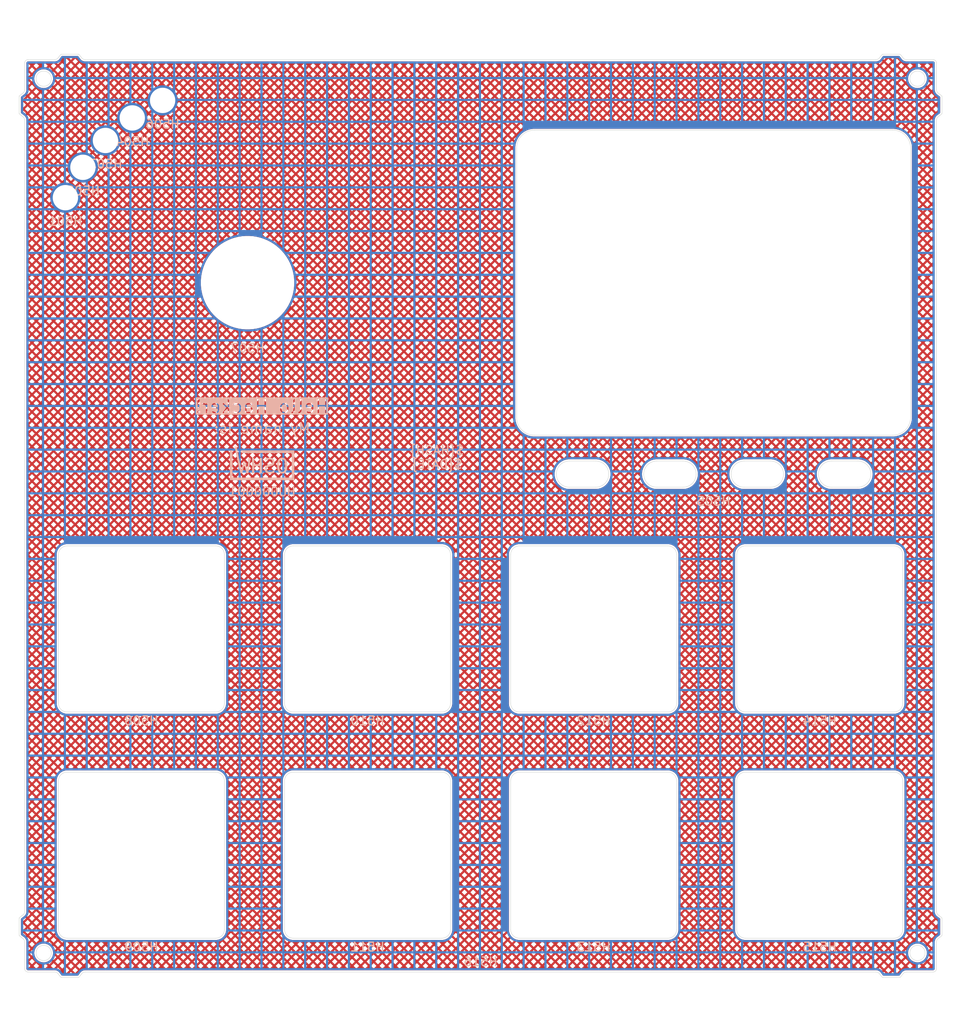
<source format=kicad_pcb>
(kicad_pcb (version 20241229) (generator "pcbnew") (generator_version "9.0")
  (layers (0 "F.Cu" signal) (2 "B.Cu" signal) (13 "F.Paste" user) (15 "B.Paste" user) (5 "F.SilkS" user "F.Silkscreen") (7 "B.SilkS" user "B.Silkscreen") (1 "F.Mask" user) (3 "B.Mask" user) (25 "Edge.Cuts" user))
  (net 0 "")
  (net 1 "GND")
  (footprint "suku_basics:FP_BUTTON" (layer "F.Cu") (at 61.185625 138.814375)
    (property "Reference" "H509" (at 0 10.5 0) (layer "B.SilkS") (effects (justify mirror)))
    (property "Value" "Button")
    (fp_line (start -9.5 8.5) (end -9.5 -8.5) (stroke (width 0.05)) (layer "Edge.Cuts"))
    (fp_line (start -8.5 -9.5) (end 8.5 -9.5) (stroke (width 0.05)) (layer "Edge.Cuts"))
    (fp_line (start 8.5 9.5) (end -8.5 9.5) (stroke (width 0.05)) (layer "Edge.Cuts"))
    (fp_line (start 9.5 -8.5) (end 9.5 8.5) (stroke (width 0.05)) (layer "Edge.Cuts"))
    (fp_arc (start -9.5 -8.5) (mid -9.207096 -9.207082) (end -8.5 -9.5) (stroke (width 0.05)) (layer "Edge.Cuts"))
    (fp_arc (start -8.5 9.5) (mid -9.207114 9.207114) (end -9.5 8.5) (stroke (width 0.05)) (layer "Edge.Cuts"))
    (fp_arc (start 8.5 -9.5) (mid 9.207099 -9.207099) (end 9.5 -8.5) (stroke (width 0.05)) (layer "Edge.Cuts"))
    (fp_arc (start 9.5 8.5) (mid 9.207117 9.207132) (end 8.5 9.5) (stroke (width 0.05)) (layer "Edge.Cuts"))
  )
  (footprint "suku_basics:FP_BUTTON" (layer "F.Cu") (at 87.061875 138.814375)
    (property "Reference" "H511" (at 0 10.5 0) (layer "B.SilkS") (effects (justify mirror)))
    (property "Value" "Button")
    (fp_line (start -9.5 8.5) (end -9.5 -8.5) (stroke (width 0.05)) (layer "Edge.Cuts"))
    (fp_line (start -8.5 -9.5) (end 8.5 -9.5) (stroke (width 0.05)) (layer "Edge.Cuts"))
    (fp_line (start 8.5 9.5) (end -8.5 9.5) (stroke (width 0.05)) (layer "Edge.Cuts"))
    (fp_line (start 9.5 -8.5) (end 9.5 8.5) (stroke (width 0.05)) (layer "Edge.Cuts"))
    (fp_arc (start -9.5 -8.5) (mid -9.207096 -9.207082) (end -8.5 -9.5) (stroke (width 0.05)) (layer "Edge.Cuts"))
    (fp_arc (start -8.5 9.5) (mid -9.207114 9.207114) (end -9.5 8.5) (stroke (width 0.05)) (layer "Edge.Cuts"))
    (fp_arc (start 8.5 -9.5) (mid 9.207099 -9.207099) (end 9.5 -8.5) (stroke (width 0.05)) (layer "Edge.Cuts"))
    (fp_arc (start 9.5 8.5) (mid 9.207117 9.207132) (end 8.5 9.5) (stroke (width 0.05)) (layer "Edge.Cuts"))
  )
  (footprint "suku_basics:FP_BUTTON" (layer "F.Cu") (at 112.938125 112.938125)
    (property "Reference" "H512" (at 0 10.5 0) (layer "B.SilkS") (effects (justify mirror)))
    (property "Value" "Button")
    (fp_line (start -9.5 8.5) (end -9.5 -8.5) (stroke (width 0.05)) (layer "Edge.Cuts"))
    (fp_line (start -8.5 -9.5) (end 8.5 -9.5) (stroke (width 0.05)) (layer "Edge.Cuts"))
    (fp_line (start 8.5 9.5) (end -8.5 9.5) (stroke (width 0.05)) (layer "Edge.Cuts"))
    (fp_line (start 9.5 -8.5) (end 9.5 8.5) (stroke (width 0.05)) (layer "Edge.Cuts"))
    (fp_arc (start -9.5 -8.5) (mid -9.207096 -9.207082) (end -8.5 -9.5) (stroke (width 0.05)) (layer "Edge.Cuts"))
    (fp_arc (start -8.5 9.5) (mid -9.207114 9.207114) (end -9.5 8.5) (stroke (width 0.05)) (layer "Edge.Cuts"))
    (fp_arc (start 8.5 -9.5) (mid 9.207099 -9.207099) (end 9.5 -8.5) (stroke (width 0.05)) (layer "Edge.Cuts"))
    (fp_arc (start 9.5 8.5) (mid 9.207117 9.207132) (end 8.5 9.5) (stroke (width 0.05)) (layer "Edge.Cuts"))
  )
  (footprint "suku_basics:FP_LED_TIGHT" (layer "F.Cu") (at 63.60978 52.484921)
    (property "Reference" "H506" (at 0 2.7 0) (layer "B.SilkS") (effects (justify mirror)))
    (property "Value" "LED")
    (pad "1" thru_hole circle (at 0 0 90) (size 3.1 3.1) (drill 2.9) (layers "*.Cu" "*.Mask") (net 1 "GND"))
  )
  (footprint "suku_basics:FP_LED_TIGHT" (layer "F.Cu") (at 57.066544 57.066544)
    (property "Reference" "H503" (at 0 2.7 0) (layer "B.SilkS") (effects (justify mirror)))
    (property "Value" "LED")
    (pad "1" thru_hole circle (at 0 0 90) (size 3.1 3.1) (drill 2.9) (layers "*.Cu" "*.Mask") (net 1 "GND"))
  )
  (footprint "suku_basics:FP_BUTTON" (layer "F.Cu") (at 138.814375 138.814375)
    (property "Reference" "H515" (at 0 10.5 0) (layer "B.SilkS") (effects (justify mirror)))
    (property "Value" "Button")
    (fp_line (start -9.5 8.5) (end -9.5 -8.5) (stroke (width 0.05)) (layer "Edge.Cuts"))
    (fp_line (start -8.5 -9.5) (end 8.5 -9.5) (stroke (width 0.05)) (layer "Edge.Cuts"))
    (fp_line (start 8.5 9.5) (end -8.5 9.5) (stroke (width 0.05)) (layer "Edge.Cuts"))
    (fp_line (start 9.5 -8.5) (end 9.5 8.5) (stroke (width 0.05)) (layer "Edge.Cuts"))
    (fp_arc (start -9.5 -8.5) (mid -9.207096 -9.207082) (end -8.5 -9.5) (stroke (width 0.05)) (layer "Edge.Cuts"))
    (fp_arc (start -8.5 9.5) (mid -9.207114 9.207114) (end -9.5 8.5) (stroke (width 0.05)) (layer "Edge.Cuts"))
    (fp_arc (start 8.5 -9.5) (mid 9.207099 -9.207099) (end 9.5 -8.5) (stroke (width 0.05)) (layer "Edge.Cuts"))
    (fp_arc (start 9.5 8.5) (mid 9.207117 9.207132) (end 8.5 9.5) (stroke (width 0.05)) (layer "Edge.Cuts"))
  )
  (footprint "suku_basics:FP_BUTTON" (layer "F.Cu") (at 138.814375 112.938125)
    (property "Reference" "H514" (at 0 10.5 0) (layer "B.SilkS") (effects (justify mirror)))
    (property "Value" "Button")
    (fp_line (start -9.5 8.5) (end -9.5 -8.5) (stroke (width 0.05)) (layer "Edge.Cuts"))
    (fp_line (start -8.5 -9.5) (end 8.5 -9.5) (stroke (width 0.05)) (layer "Edge.Cuts"))
    (fp_line (start 8.5 9.5) (end -8.5 9.5) (stroke (width 0.05)) (layer "Edge.Cuts"))
    (fp_line (start 9.5 -8.5) (end 9.5 8.5) (stroke (width 0.05)) (layer "Edge.Cuts"))
    (fp_arc (start -9.5 -8.5) (mid -9.207096 -9.207082) (end -8.5 -9.5) (stroke (width 0.05)) (layer "Edge.Cuts"))
    (fp_arc (start -8.5 9.5) (mid -9.207114 9.207114) (end -9.5 8.5) (stroke (width 0.05)) (layer "Edge.Cuts"))
    (fp_arc (start 8.5 -9.5) (mid 9.207099 -9.207099) (end 9.5 -8.5) (stroke (width 0.05)) (layer "Edge.Cuts"))
    (fp_arc (start 9.5 8.5) (mid 9.207117 9.207132) (end 8.5 9.5) (stroke (width 0.05)) (layer "Edge.Cuts"))
  )
  (footprint "suku_basics:FP_BUTTON" (layer "F.Cu") (at 61.185625 112.938125)
    (property "Reference" "H508" (at 0 10.5 0) (layer "B.SilkS") (effects (justify mirror)))
    (property "Value" "Button")
    (fp_line (start -9.5 8.5) (end -9.5 -8.5) (stroke (width 0.05)) (layer "Edge.Cuts"))
    (fp_line (start -8.5 -9.5) (end 8.5 -9.5) (stroke (width 0.05)) (layer "Edge.Cuts"))
    (fp_line (start 8.5 9.5) (end -8.5 9.5) (stroke (width 0.05)) (layer "Edge.Cuts"))
    (fp_line (start 9.5 -8.5) (end 9.5 8.5) (stroke (width 0.05)) (layer "Edge.Cuts"))
    (fp_arc (start -9.5 -8.5) (mid -9.207096 -9.207082) (end -8.5 -9.5) (stroke (width 0.05)) (layer "Edge.Cuts"))
    (fp_arc (start -8.5 9.5) (mid -9.207114 9.207114) (end -9.5 8.5) (stroke (width 0.05)) (layer "Edge.Cuts"))
    (fp_arc (start 8.5 -9.5) (mid 9.207099 -9.207099) (end 9.5 -8.5) (stroke (width 0.05)) (layer "Edge.Cuts"))
    (fp_arc (start 9.5 8.5) (mid 9.207117 9.207132) (end 8.5 9.5) (stroke (width 0.05)) (layer "Edge.Cuts"))
  )
  (footprint "suku_basics:FP_BUTTON" (layer "F.Cu") (at 87.061875 112.938125)
    (property "Reference" "H510" (at 0 10.5 0) (layer "B.SilkS") (effects (justify mirror)))
    (property "Value" "Button")
    (fp_line (start -9.5 8.5) (end -9.5 -8.5) (stroke (width 0.05)) (layer "Edge.Cuts"))
    (fp_line (start -8.5 -9.5) (end 8.5 -9.5) (stroke (width 0.05)) (layer "Edge.Cuts"))
    (fp_line (start 8.5 9.5) (end -8.5 9.5) (stroke (width 0.05)) (layer "Edge.Cuts"))
    (fp_line (start 9.5 -8.5) (end 9.5 8.5) (stroke (width 0.05)) (layer "Edge.Cuts"))
    (fp_arc (start -9.5 -8.5) (mid -9.207096 -9.207082) (end -8.5 -9.5) (stroke (width 0.05)) (layer "Edge.Cuts"))
    (fp_arc (start -8.5 9.5) (mid -9.207114 9.207114) (end -9.5 8.5) (stroke (width 0.05)) (layer "Edge.Cuts"))
    (fp_arc (start 8.5 -9.5) (mid 9.207099 -9.207099) (end 9.5 -8.5) (stroke (width 0.05)) (layer "Edge.Cuts"))
    (fp_arc (start 9.5 8.5) (mid 9.207117 9.207132) (end 8.5 9.5) (stroke (width 0.05)) (layer "Edge.Cuts"))
  )
  (footprint "suku_basics:FP_BUTTON" (layer "F.Cu") (at 112.938125 138.814375)
    (property "Reference" "H513" (at 0 10.5 0) (layer "B.SilkS") (effects (justify mirror)))
    (property "Value" "Button")
    (fp_line (start -9.5 8.5) (end -9.5 -8.5) (stroke (width 0.05)) (layer "Edge.Cuts"))
    (fp_line (start -8.5 -9.5) (end 8.5 -9.5) (stroke (width 0.05)) (layer "Edge.Cuts"))
    (fp_line (start 8.5 9.5) (end -8.5 9.5) (stroke (width 0.05)) (layer "Edge.Cuts"))
    (fp_line (start 9.5 -8.5) (end 9.5 8.5) (stroke (width 0.05)) (layer "Edge.Cuts"))
    (fp_arc (start -9.5 -8.5) (mid -9.207096 -9.207082) (end -8.5 -9.5) (stroke (width 0.05)) (layer "Edge.Cuts"))
    (fp_arc (start -8.5 9.5) (mid -9.207114 9.207114) (end -9.5 8.5) (stroke (width 0.05)) (layer "Edge.Cuts"))
    (fp_arc (start 8.5 -9.5) (mid 9.207099 -9.207099) (end 9.5 -8.5) (stroke (width 0.05)) (layer "Edge.Cuts"))
    (fp_arc (start 9.5 8.5) (mid 9.207117 9.207132) (end 8.5 9.5) (stroke (width 0.05)) (layer "Edge.Cuts"))
  )
  (footprint "suku_basics:FP_ENDLESS" (layer "F.Cu") (at 73.33 73.33)
    (property "Reference" "H507" (at 0 7.5 0) (layer "B.SilkS") (effects (justify mirror)))
    (property "Value" "Endless")
    (pad "" np_thru_hole circle (at 0 0 90) (size 1.5 1.5) (drill 10.5) (layers "*.Cu" "*.Mask"))
  )
  (footprint "suku_basics:FP_LED_TIGHT" (layer "F.Cu") (at 54.489503 60.137742)
    (property "Reference" "H502" (at 0 2.7 0) (layer "B.SilkS") (effects (justify mirror)))
    (property "Value" "LED")
    (pad "1" thru_hole circle (at 0 0 90) (size 3.1 3.1) (drill 2.9) (layers "*.Cu" "*.Mask") (net 1 "GND"))
  )
  (footprint "suku_basics:FP_OUTLINE_2" (layer "F.Cu") (at 100 100)
    (property "Reference" "H516" (at 0 51 0) (layer "B.SilkS") (effects (justify mirror)))
    (property "Value" "Outline")
    (fp_line (start -52.799999 -46.000001) (end -52.799999 -47.999999) (stroke (width 0.05)) (layer "Edge.Cuts"))
    (fp_line (start -52.799999 46.000001) (end -52.799999 47.999999) (stroke (width 0.05)) (layer "Edge.Cuts"))
    (fp_line (start -52.391736 -48.337979) (end -52.52462 -48.23693) (stroke (width 0.05)) (layer "Edge.Cuts"))
    (fp_line (start -52.391736 -45.662021) (end -52.52462 -45.76307) (stroke (width 0.05)) (layer "Edge.Cuts"))
    (fp_line (start -52.391736 45.662021) (end -52.52462 45.76307) (stroke (width 0.05)) (layer "Edge.Cuts"))
    (fp_line (start -52.391736 48.337979) (end -52.52462 48.23693) (stroke (width 0.05)) (layer "Edge.Cuts"))
    (fp_line (start -52.175 -48.75) (end -52.175 -51.8) (stroke (width 0.05)) (layer "Edge.Cuts"))
    (fp_line (start -52.175 45.25) (end -52.175 -45.25) (stroke (width 0.05)) (layer "Edge.Cuts"))
    (fp_line (start -52.175 48.75) (end -52.175 51.8) (stroke (width 0.05)) (layer "Edge.Cuts"))
    (fp_line (start -48.75 -52.175) (end -51.8 -52.175) (stroke (width 0.05)) (layer "Edge.Cuts"))
    (fp_line (start -48.75 52.175) (end -51.8 52.175) (stroke (width 0.05)) (layer "Edge.Cuts"))
    (fp_line (start -48.337979 -52.391736) (end -48.23693 -52.52462) (stroke (width 0.05)) (layer "Edge.Cuts"))
    (fp_line (start -48.337979 52.391736) (end -48.23693 52.52462) (stroke (width 0.05)) (layer "Edge.Cuts"))
    (fp_line (start -46.000001 -52.799999) (end -47.999999 -52.799999) (stroke (width 0.05)) (layer "Edge.Cuts"))
    (fp_line (start -46.000001 52.799999) (end -47.999999 52.799999) (stroke (width 0.05)) (layer "Edge.Cuts"))
    (fp_line (start -45.662021 -52.391736) (end -45.76307 -52.52462) (stroke (width 0.05)) (layer "Edge.Cuts"))
    (fp_line (start -45.662021 52.391736) (end -45.76307 52.52462) (stroke (width 0.05)) (layer "Edge.Cuts"))
    (fp_line (start -45.25 -52.175) (end 45.25 -52.175) (stroke (width 0.05)) (layer "Edge.Cuts"))
    (fp_line (start 45.25 52.175) (end -45.25 52.175) (stroke (width 0.05)) (layer "Edge.Cuts"))
    (fp_line (start 45.662021 -52.391736) (end 45.76307 -52.52462) (stroke (width 0.05)) (layer "Edge.Cuts"))
    (fp_line (start 45.662021 52.391736) (end 45.76307 52.52462) (stroke (width 0.05)) (layer "Edge.Cuts"))
    (fp_line (start 46.000001 -52.799999) (end 47.999999 -52.799999) (stroke (width 0.05)) (layer "Edge.Cuts"))
    (fp_line (start 46.000001 52.799999) (end 47.999999 52.799999) (stroke (width 0.05)) (layer "Edge.Cuts"))
    (fp_line (start 48.337979 -52.391736) (end 48.23693 -52.52462) (stroke (width 0.05)) (layer "Edge.Cuts"))
    (fp_line (start 48.337979 52.391736) (end 48.23693 52.52462) (stroke (width 0.05)) (layer "Edge.Cuts"))
    (fp_line (start 48.75 -52.175) (end 51.8 -52.175) (stroke (width 0.05)) (layer "Edge.Cuts"))
    (fp_line (start 48.75 52.175) (end 51.8 52.175) (stroke (width 0.05)) (layer "Edge.Cuts"))
    (fp_line (start 52.175 -48.75) (end 52.175 -51.8) (stroke (width 0.05)) (layer "Edge.Cuts"))
    (fp_line (start 52.175 -45.25) (end 52.175 45.25) (stroke (width 0.05)) (layer "Edge.Cuts"))
    (fp_line (start 52.175 48.75) (end 52.175 51.8) (stroke (width 0.05)) (layer "Edge.Cuts"))
    (fp_line (start 52.391736 -48.337979) (end 52.52462 -48.23693) (stroke (width 0.05)) (layer "Edge.Cuts"))
    (fp_line (start 52.391736 -45.662021) (end 52.52462 -45.76307) (stroke (width 0.05)) (layer "Edge.Cuts"))
    (fp_line (start 52.391736 45.662021) (end 52.52462 45.76307) (stroke (width 0.05)) (layer "Edge.Cuts"))
    (fp_line (start 52.391736 48.337979) (end 52.52462 48.23693) (stroke (width 0.05)) (layer "Edge.Cuts"))
    (fp_line (start 52.799999 -46.000001) (end 52.799999 -47.999999) (stroke (width 0.05)) (layer "Edge.Cuts"))
    (fp_line (start 52.799999 46.000001) (end 52.799999 47.999999) (stroke (width 0.05)) (layer "Edge.Cuts"))
    (fp_arc (start -52.799999 -47.999999) (mid -52.669574 -48.126908) (end -52.52462 -48.23693) (stroke (width 0.05)) (layer "Edge.Cuts"))
    (fp_arc (start -52.799999 46.000001) (mid -52.669574 45.873092) (end -52.52462 45.76307) (stroke (width 0.05)) (layer "Edge.Cuts"))
    (fp_arc (start -52.52462 -45.76307) (mid -52.669574 -45.873092) (end -52.799999 -46.000001) (stroke (width 0.05)) (layer "Edge.Cuts"))
    (fp_arc (start -52.52462 48.23693) (mid -52.669574 48.126908) (end -52.799999 47.999999) (stroke (width 0.05)) (layer "Edge.Cuts"))
    (fp_arc (start -52.391736 -45.662021) (mid -52.232489 -45.482774) (end -52.175 -45.25) (stroke (width 0.05)) (layer "Edge.Cuts"))
    (fp_arc (start -52.391736 48.337979) (mid -52.232489 48.517226) (end -52.175 48.75) (stroke (width 0.05)) (layer "Edge.Cuts"))
    (fp_arc (start -52.175 -51.8) (mid -52.065165 -52.065165) (end -51.8 -52.175) (stroke (width 0.05)) (layer "Edge.Cuts"))
    (fp_arc (start -52.175 -48.75) (mid -52.232489 -48.517226) (end -52.391736 -48.337979) (stroke (width 0.05)) (layer "Edge.Cuts"))
    (fp_arc (start -52.175 45.25) (mid -52.232489 45.482774) (end -52.391736 45.662021) (stroke (width 0.05)) (layer "Edge.Cuts"))
    (fp_arc (start -51.8 52.175) (mid -52.065165 52.065165) (end -52.175 51.8) (stroke (width 0.05)) (layer "Edge.Cuts"))
    (fp_arc (start -48.75 52.175) (mid -48.517226 52.232489) (end -48.337979 52.391736) (stroke (width 0.05)) (layer "Edge.Cuts"))
    (fp_arc (start -48.337979 -52.391736) (mid -48.517226 -52.232489) (end -48.75 -52.175) (stroke (width 0.05)) (layer "Edge.Cuts"))
    (fp_arc (start -48.23693 -52.52462) (mid -48.126908 -52.669574) (end -47.999999 -52.799999) (stroke (width 0.05)) (layer "Edge.Cuts"))
    (fp_arc (start -47.999999 52.799999) (mid -48.126908 52.669574) (end -48.23693 52.52462) (stroke (width 0.05)) (layer "Edge.Cuts"))
    (fp_arc (start -46.000001 -52.799999) (mid -45.873092 -52.669574) (end -45.76307 -52.52462) (stroke (width 0.05)) (layer "Edge.Cuts"))
    (fp_arc (start -45.76307 52.52462) (mid -45.873092 52.669574) (end -46.000001 52.799999) (stroke (width 0.05)) (layer "Edge.Cuts"))
    (fp_arc (start -45.662021 52.391736) (mid -45.482774 52.232489) (end -45.25 52.175) (stroke (width 0.05)) (layer "Edge.Cuts"))
    (fp_arc (start -45.25 -52.175) (mid -45.482774 -52.232489) (end -45.662021 -52.391736) (stroke (width 0.05)) (layer "Edge.Cuts"))
    (fp_arc (start 45.25 52.175) (mid 45.482774 52.232489) (end 45.662021 52.391736) (stroke (width 0.05)) (layer "Edge.Cuts"))
    (fp_arc (start 45.662021 -52.391736) (mid 45.482774 -52.232489) (end 45.25 -52.175) (stroke (width 0.05)) (layer "Edge.Cuts"))
    (fp_arc (start 45.76307 -52.52462) (mid 45.873092 -52.669574) (end 46.000001 -52.799999) (stroke (width 0.05)) (layer "Edge.Cuts"))
    (fp_arc (start 46.000001 52.799999) (mid 45.873092 52.669574) (end 45.76307 52.52462) (stroke (width 0.05)) (layer "Edge.Cuts"))
    (fp_arc (start 47.999999 -52.799999) (mid 48.126908 -52.669574) (end 48.23693 -52.52462) (stroke (width 0.05)) (layer "Edge.Cuts"))
    (fp_arc (start 48.23693 52.52462) (mid 48.126908 52.669574) (end 47.999999 52.799999) (stroke (width 0.05)) (layer "Edge.Cuts"))
    (fp_arc (start 48.337979 52.391736) (mid 48.517226 52.232489) (end 48.75 52.175) (stroke (width 0.05)) (layer "Edge.Cuts"))
    (fp_arc (start 48.75 -52.175) (mid 48.517226 -52.232489) (end 48.337979 -52.391736) (stroke (width 0.05)) (layer "Edge.Cuts"))
    (fp_arc (start 51.8 -52.175) (mid 52.065165 -52.065165) (end 52.175 -51.8) (stroke (width 0.05)) (layer "Edge.Cuts"))
    (fp_arc (start 52.175 -45.25) (mid 52.232489 -45.482774) (end 52.391736 -45.662021) (stroke (width 0.05)) (layer "Edge.Cuts"))
    (fp_arc (start 52.175 48.75) (mid 52.232489 48.517226) (end 52.391736 48.337979) (stroke (width 0.05)) (layer "Edge.Cuts"))
    (fp_arc (start 52.175 51.8) (mid 52.065165 52.065165) (end 51.8 52.175) (stroke (width 0.05)) (layer "Edge.Cuts"))
    (fp_arc (start 52.391736 -48.337979) (mid 52.232489 -48.517226) (end 52.175 -48.75) (stroke (width 0.05)) (layer "Edge.Cuts"))
    (fp_arc (start 52.391736 45.662021) (mid 52.232489 45.482774) (end 52.175 45.25) (stroke (width 0.05)) (layer "Edge.Cuts"))
    (fp_arc (start 52.52462 -48.23693) (mid 52.669574 -48.126908) (end 52.799999 -47.999999) (stroke (width 0.05)) (layer "Edge.Cuts"))
    (fp_arc (start 52.52462 45.76307) (mid 52.669574 45.873092) (end 52.799999 46.000001) (stroke (width 0.05)) (layer "Edge.Cuts"))
    (fp_arc (start 52.799999 -46.000001) (mid 52.669574 -45.873092) (end 52.52462 -45.76307) (stroke (width 0.05)) (layer "Edge.Cuts"))
    (fp_arc (start 52.799999 47.999999) (mid 52.669574 48.126908) (end 52.52462 48.23693) (stroke (width 0.05)) (layer "Edge.Cuts"))
    (fp_circle (center -50 -50) (end -49.125 -50) (stroke (width 0.05)) (fill no) (layer "Edge.Cuts"))
    (fp_circle (center -50 50) (end -49.125 50) (stroke (width 0.05)) (fill no) (layer "Edge.Cuts"))
    (fp_circle (center 50 -50) (end 50.875 -50) (stroke (width 0.05)) (fill no) (layer "Edge.Cuts"))
    (fp_circle (center 50 50) (end 50.875 50) (stroke (width 0.05)) (fill no) (layer "Edge.Cuts"))
  )
  (footprint "suku_basics:FP_LED_TIGHT" (layer "F.Cu") (at 60.137742 54.489503)
    (property "Reference" "H504" (at 0 2.7 0) (layer "B.SilkS") (effects (justify mirror)))
    (property "Value" "LED")
    (pad "1" thru_hole circle (at 0 0 90) (size 3.1 3.1) (drill 2.9) (layers "*.Cu" "*.Mask") (net 1 "GND"))
  )
  (footprint "suku_basics:FP_SCREEN" (layer "F.Cu") (at 126.67 73.33)
    (property "Reference" "H505" (at 0 25 0) (layer "B.SilkS") (effects (justify mirror)))
    (property "Value" "Screen")
    (fp_line (start -22.55 15.4) (end -22.55 -15.4) (stroke (width 0.05)) (layer "Edge.Cuts"))
    (fp_line (start -20.5 -17.45) (end 20.5 -17.45) (stroke (width 0.05)) (layer "Edge.Cuts"))
    (fp_line (start -16.5 20.4) (end -13.5 20.4) (stroke (width 0.05)) (layer "Edge.Cuts"))
    (fp_line (start -13.5 23.4) (end -16.5 23.4) (stroke (width 0.05)) (layer "Edge.Cuts"))
    (fp_line (start -6.5 20.4) (end -3.5 20.4) (stroke (width 0.05)) (layer "Edge.Cuts"))
    (fp_line (start -3.5 23.4) (end -6.5 23.4) (stroke (width 0.05)) (layer "Edge.Cuts"))
    (fp_line (start 3.5 20.4) (end 6.5 20.4) (stroke (width 0.05)) (layer "Edge.Cuts"))
    (fp_line (start 6.5 23.4) (end 3.5 23.4) (stroke (width 0.05)) (layer "Edge.Cuts"))
    (fp_line (start 13.5 20.4) (end 16.5 20.4) (stroke (width 0.05)) (layer "Edge.Cuts"))
    (fp_line (start 16.5 23.4) (end 13.5 23.4) (stroke (width 0.05)) (layer "Edge.Cuts"))
    (fp_line (start 20.5 17.45) (end -20.5 17.45) (stroke (width 0.05)) (layer "Edge.Cuts"))
    (fp_line (start 22.55 -15.4) (end 22.55 15.4) (stroke (width 0.05)) (layer "Edge.Cuts"))
    (fp_arc (start -22.55 -15.4) (mid -21.949569 -16.849569) (end -20.5 -17.45) (stroke (width 0.05)) (layer "Edge.Cuts"))
    (fp_arc (start -20.5 17.45) (mid -21.949569 16.849569) (end -22.55 15.4) (stroke (width 0.05)) (layer "Edge.Cuts"))
    (fp_arc (start -18 21.9) (mid -17.56066 20.83934) (end -16.5 20.4) (stroke (width 0.05)) (layer "Edge.Cuts"))
    (fp_arc (start -16.5 23.4) (mid -17.56066 22.96066) (end -18 21.9) (stroke (width 0.05)) (layer "Edge.Cuts"))
    (fp_arc (start -13.5 20.4) (mid -12.43934 20.83934) (end -12 21.9) (stroke (width 0.05)) (layer "Edge.Cuts"))
    (fp_arc (start -12 21.9) (mid -12.43934 22.96066) (end -13.5 23.4) (stroke (width 0.05)) (layer "Edge.Cuts"))
    (fp_arc (start -8 21.9) (mid -7.56066 20.83934) (end -6.5 20.4) (stroke (width 0.05)) (layer "Edge.Cuts"))
    (fp_arc (start -6.5 23.4) (mid -7.56066 22.96066) (end -8 21.9) (stroke (width 0.05)) (layer "Edge.Cuts"))
    (fp_arc (start -3.5 20.4) (mid -2.43934 20.83934) (end -2 21.9) (stroke (width 0.05)) (layer "Edge.Cuts"))
    (fp_arc (start -2 21.9) (mid -2.43934 22.96066) (end -3.5 23.4) (stroke (width 0.05)) (layer "Edge.Cuts"))
    (fp_arc (start 2 21.9) (mid 2.43934 20.83934) (end 3.5 20.4) (stroke (width 0.05)) (layer "Edge.Cuts"))
    (fp_arc (start 3.5 23.4) (mid 2.43934 22.96066) (end 2 21.9) (stroke (width 0.05)) (layer "Edge.Cuts"))
    (fp_arc (start 6.5 20.4) (mid 7.56066 20.83934) (end 8 21.9) (stroke (width 0.05)) (layer "Edge.Cuts"))
    (fp_arc (start 8 21.9) (mid 7.56066 22.96066) (end 6.5 23.4) (stroke (width 0.05)) (layer "Edge.Cuts"))
    (fp_arc (start 12 21.9) (mid 12.43934 20.83934) (end 13.5 20.4) (stroke (width 0.05)) (layer "Edge.Cuts"))
    (fp_arc (start 13.5 23.4) (mid 12.43934 22.96066) (end 12 21.9) (stroke (width 0.05)) (layer "Edge.Cuts"))
    (fp_arc (start 16.5 20.4) (mid 17.56066 20.83934) (end 18 21.9) (stroke (width 0.05)) (layer "Edge.Cuts"))
    (fp_arc (start 18 21.9) (mid 17.56066 22.96066) (end 16.5 23.4) (stroke (width 0.05)) (layer "Edge.Cuts"))
    (fp_arc (start 20.499999 -17.449999) (mid 21.949568 -16.849568) (end 22.549999 -15.399999) (stroke (width 0.05)) (layer "Edge.Cuts"))
    (fp_arc (start 22.55 15.4) (mid 21.949569 16.849569) (end 20.5 17.45) (stroke (width 0.05)) (layer "Edge.Cuts"))
  )
  (footprint "suku_basics:FP_LED_TIGHT" (layer "F.Cu") (at 52.484921 63.60978)
    (property "Reference" "H501" (at 0 2.7 0) (layer "B.SilkS") (effects (justify mirror)))
    (property "Value" "LED")
    (pad "1" thru_hole circle (at 0 0 90) (size 3.1 3.1) (drill 2.9) (layers "*.Cu" "*.Mask") (net 1 "GND"))
  )
  (footprint "suku_basics:OSHWA" (layer "B.Cu") (at 75 95 180)
    (property "Reference" "H517" (hide yes))
    (property "Value" "Outline" (hide yes))
    (fp_poly (pts (xy 3.689316 -0.925456) (xy -3.689315 -0.925456) (xy -3.689315 2.488724) (xy 2.37617 2.488724) (xy 2.37617 2.176071) (xy -3.389168 2.176071) (xy -3.389168 -0.625308) (xy 3.389071 -0.625308) (xy 3.392246 0.928582) (xy 3.395421 2.482471) (xy 3.542369 2.485995) (xy 3.689316 2.489518)) (fill yes) (layer "B.SilkS"))
    (fp_poly (pts (xy 0.146948 1.623126) (xy 0.268883 1.619547) (xy 0.275519 0.900443) (xy 0.91295 0.900443) (xy 0.91295 1.6258) (xy 1.150567 1.6258) (xy 1.150567 -0.125062) (xy 0.91295 -0.125062) (xy 0.91295 0.700344) (xy 0.275136 0.700344) (xy 0.275136 -0.125062) (xy 0.025013 -0.125062) (xy 0.025013 1.626706)) (fill yes) (layer "B.SilkS"))
    (fp_poly (pts (xy -3.526735 -2.088528) (xy -3.101526 -2.088528) (xy -3.101526 -1.613294) (xy -2.951452 -1.613294) (xy -2.951452 -2.763861) (xy -3.101038 -2.763861) (xy -3.104409 -2.491852) (xy -3.107779 -2.219843) (xy -3.526735 -2.212985) (xy -3.526735 -2.763861) (xy -3.689315 -2.763861) (xy -3.689315 -1.613294) (xy -3.526735 -1.613294)) (fill yes) (layer "B.SilkS"))
    (fp_poly (pts (xy 2.423363 -2.099022) (xy 2.455397 -2.12638) (xy 2.472875 -2.164417) (xy 2.473375 -2.206947) (xy 2.454476 -2.247785) (xy 2.445522 -2.25793) (xy 2.405042 -2.283341) (xy 2.360014 -2.288196) (xy 2.318075 -2.272398) (xy 2.303313 -2.259682) (xy 2.278977 -2.218539) (xy 2.275667 -2.175058) (xy 2.290781 -2.135108) (xy 2.321718 -2.104558) (xy 2.365875 -2.089276) (xy 2.379195 -2.088528)) (fill yes) (layer "B.SilkS"))
    (fp_poly (pts (xy 1.472895 -2.099022) (xy 1.504929 -2.12638) (xy 1.522407 -2.164417) (xy 1.522907 -2.206947) (xy 1.504008 -2.247785) (xy 1.495054 -2.25793) (xy 1.454575 -2.283341) (xy 1.409546 -2.288196) (xy 1.367607 -2.272398) (xy 1.352845 -2.259682) (xy 1.328509 -2.218539) (xy 1.325199 -2.175058) (xy 1.340313 -2.135108) (xy 1.37125 -2.104558) (xy 1.415407 -2.089276) (xy 1.428727 -2.088528)) (fill yes) (layer "B.SilkS"))
    (fp_poly (pts (xy 0.522427 -2.099022) (xy 0.554461 -2.12638) (xy 0.571939 -2.164417) (xy 0.57244 -2.206947) (xy 0.55354 -2.247785) (xy 0.544587 -2.25793) (xy 0.504107 -2.283341) (xy 0.459078 -2.288196) (xy 0.417139 -2.272398) (xy 0.402377 -2.259682) (xy 0.378041 -2.218539) (xy 0.374731 -2.175058) (xy 0.389846 -2.135108) (xy 0.420782 -2.104558) (xy 0.464939 -2.089276) (xy 0.478259 -2.088528)) (fill yes) (layer "B.SilkS"))
    (fp_poly (pts (xy -0.428041 -2.099022) (xy -0.396007 -2.12638) (xy -0.378529 -2.164417) (xy -0.378028 -2.206947) (xy -0.396927 -2.247785) (xy -0.405881 -2.25793) (xy -0.446361 -2.283341) (xy -0.491389 -2.288196) (xy -0.533328 -2.272398) (xy -0.54809 -2.259682) (xy -0.572426 -2.218539) (xy -0.575736 -2.175058) (xy -0.560622 -2.135108) (xy -0.529686 -2.104558) (xy -0.485529 -2.089276) (xy -0.472209 -2.088528)) (fill yes) (layer "B.SilkS"))
    (fp_poly (pts (xy -1.366002 -2.099022) (xy -1.333968 -2.12638) (xy -1.31649 -2.164417) (xy -1.31599 -2.206947) (xy -1.334889 -2.247785) (xy -1.343843 -2.25793) (xy -1.384322 -2.283341) (xy -1.429351 -2.288196) (xy -1.47129 -2.272398) (xy -1.486052 -2.259682) (xy -1.510388 -2.218539) (xy -1.513698 -2.175058) (xy -1.498584 -2.135108) (xy -1.467647 -2.104558) (xy -1.42349 -2.089276) (xy -1.41017 -2.088528)) (fill yes) (layer "B.SilkS"))
    (fp_poly (pts (xy 3.439193 -2.626293) (xy 3.67681 -2.626293) (xy 3.67681 -2.763861) (xy 3.037689 -2.763861) (xy 3.041469 -2.698203) (xy 3.045249 -2.632546) (xy 3.167184 -2.628966) (xy 3.289119 -2.625387) (xy 3.289119 -2.194378) (xy 3.288777 -2.074495) (xy 3.287778 -1.971946) (xy 3.286163 -1.888188) (xy 3.283972 -1.824679) (xy 3.281247 -1.782877) (xy 3.278027 -1.76424) (xy 3.277097 -1.763368) (xy 3.260168 -1.766055) (xy 3.225245 -1.773232) (xy 3.178662 -1.78357) (xy 3.157804 -1.78838) (xy 3.108191 -1.799632) (xy 3.067562 -1.808258) (xy 3.042296 -1.81293) (xy 3.037888 -1.813393) (xy 3.031169 -1.801857) (xy 3.028386 -1.770697) (xy 3.028992 -1.742407) (xy 3.032743 -1.671421) (xy 3.157804 -1.642959) (xy 3.221273 -1.630301) (xy 3.285815 -1.620393) (xy 3.341191 -1.614699) (xy 3.361029 -1.613896) (xy 3.439193 -1.613294)) (fill yes) (layer "B.SilkS"))
    (fp_poly (pts (xy -2.561065 -2.0883) (xy -2.557508 -2.563306) (xy -2.519948 -2.600854) (xy -2.471266 -2.633373) (xy -2.409462 -2.651483) (xy -2.342226 -2.654652) (xy -2.277249 -2.642346) (xy -2.231814 -2.62084) (xy -2.214905 -2.608756) (xy -2.201041 -2.59515) (xy -2.189922 -2.577563) (xy -2.181246 -2.553532) (xy -2.17471 -2.520598) (xy -2.170015 -2.4763) (xy -2.166857 -2.418177) (xy -2.164936 -2.343768) (xy -2.16395 -2.250614) (xy -2.163598 -2.136253) (xy -2.163564 -2.063918) (xy -2.163564 -1.613294) (xy -1.998864 -1.613294) (xy -2.004222 -2.072895) (xy -2.006032 -2.205355) (xy -2.008145 -2.314667) (xy -2.01064 -2.402695) (xy -2.0136 -2.471303) (xy -2.017104 -2.522353) (xy -2.021235 -2.557709) (xy -2.026072 -2.579236) (xy -2.026235 -2.579707) (xy -2.061961 -2.646483) (xy -2.11637 -2.704712) (xy -2.18322 -2.74789) (xy -2.191159 -2.751482) (xy -2.248615 -2.76959) (xy -2.317403 -2.781305) (xy -2.387483 -2.785695) (xy -2.448813 -2.781827) (xy -2.469965 -2.7774) (xy -2.559864 -2.741802) (xy -2.631084 -2.690092) (xy -2.68309 -2.622692) (xy -2.694035 -2.60128) (xy -2.700795 -2.585557) (xy -2.706311 -2.568715) (xy -2.710737 -2.548089) (xy -2.714227 -2.52101) (xy -2.716934 -2.484812) (xy -2.719011 -2.436829) (xy -2.720611 -2.374392) (xy -2.721887 -2.294836) (xy -2.722993 -2.195492) (xy -2.724036 -2.079149) (xy -2.727983 -1.613294) (xy -2.564621 -1.613294)) (fill yes) (layer "B.SilkS"))
    (fp_poly (pts (xy 2.479267 -1.612912) (xy 2.544266 -1.637705) (xy 2.599169 -1.679949) (xy 2.633148 -1.719274) (xy 2.674326 -1.78977) (xy 2.706844 -1.879346) (xy 2.730172 -1.983428) (xy 2.743778 -2.09744) (xy 2.74713 -2.216809) (xy 2.739698 -2.336958) (xy 2.720951 -2.453315) (xy 2.719279 -2.460853) (xy 2.685784 -2.566283) (xy 2.637453 -2.652461) (xy 2.574704 -2.718771) (xy 2.520358 -2.754112) (xy 2.462001 -2.774198) (xy 2.391637 -2.783817) (xy 2.320306 -2.782224) (xy 2.266388 -2.771248) (xy 2.190068 -2.734152) (xy 2.12676 -2.676662) (xy 2.07604 -2.598241) (xy 2.037481 -2.498348) (xy 2.029936 -2.47091) (xy 2.018323 -2.407332) (xy 2.010576 -2.326836) (xy 2.006695 -2.23636) (xy 2.006682 -2.144806) (xy 2.167182 -2.144806) (xy 2.16743 -2.28475) (xy 2.177721 -2.402029) (xy 2.198129 -2.496918) (xy 2.228728 -2.569692) (xy 2.269592 -2.620626) (xy 2.3012 -2.641906) (xy 2.354246 -2.66084) (xy 2.403413 -2.659264) (xy 2.446617 -2.643425) (xy 2.48408 -2.616016) (xy 2.516627 -2.575561) (xy 2.519016 -2.571514) (xy 2.542248 -2.52449) (xy 2.559405 -2.473242) (xy 2.57121 -2.413306) (xy 2.578386 -2.340213) (xy 2.581657 -2.249498) (xy 2.58204 -2.182324) (xy 2.579984 -2.074424) (xy 2.573824 -1.987609) (xy 2.562709 -1.918165) (xy 2.545787 -1.862378) (xy 2.522209 -1.816533) (xy 2.491124 -1.776917) (xy 2.488534 -1.774164) (xy 2.458625 -1.745356) (xy 2.432972 -1.73103) (xy 2.400092 -1.726228) (xy 2.376635 -1.72585) (xy 2.335154 -1.727808) (xy 2.306456 -1.736951) (xy 2.278799 -1.75818) (xy 2.263454 -1.773092) (xy 2.232664 -1.809168) (xy 2.20913 -1.850513) (xy 2.19183 -1.901075) (xy 2.179739 -1.964803) (xy 2.171835 -2.045647) (xy 2.167182 -2.144806) (xy 2.006682 -2.144806) (xy 2.006682 -2.142843) (xy 2.010537 -2.053224) (xy 2.018263 -1.97444) (xy 2.029855 -1.913442) (xy 2.059663 -1.823267) (xy 2.096259 -1.751266) (xy 2.143074 -1.690827) (xy 2.148311 -1.685308) (xy 2.199716 -1.642072) (xy 2.257261 -1.615278) (xy 2.326695 -1.60302) (xy 2.398093 -1.602551)) (fill yes) (layer "B.SilkS"))
    (fp_poly (pts (xy 1.528799 -1.612912) (xy 1.593798 -1.637705) (xy 1.648701 -1.679949) (xy 1.68268 -1.719274) (xy 1.723858 -1.78977) (xy 1.756376 -1.879346) (xy 1.779704 -1.983428) (xy 1.79331 -2.09744) (xy 1.796663 -2.216809) (xy 1.789231 -2.336958) (xy 1.770483 -2.453315) (xy 1.768811 -2.460853) (xy 1.735316 -2.566283) (xy 1.686986 -2.652461) (xy 1.624236 -2.718771) (xy 1.569891 -2.754112) (xy 1.511533 -2.774198) (xy 1.44117 -2.783817) (xy 1.369838 -2.782224) (xy 1.31592 -2.771248) (xy 1.239601 -2.734152) (xy 1.176293 -2.676662) (xy 1.125572 -2.598241) (xy 1.087013 -2.498348) (xy 1.079469 -2.47091) (xy 1.067856 -2.407332) (xy 1.060108 -2.326836) (xy 1.056227 -2.23636) (xy 1.056214 -2.144806) (xy 1.216714 -2.144806) (xy 1.216962 -2.28475) (xy 1.227253 -2.402029) (xy 1.247661 -2.496918) (xy 1.27826 -2.569692) (xy 1.319124 -2.620626) (xy 1.350732 -2.641906) (xy 1.403779 -2.66084) (xy 1.452946 -2.659264) (xy 1.496149 -2.643425) (xy 1.533612 -2.616016) (xy 1.566159 -2.575561) (xy 1.568548 -2.571514) (xy 1.59178 -2.52449) (xy 1.608937 -2.473242) (xy 1.620742 -2.413306) (xy 1.627918 -2.340213) (xy 1.631189 -2.249498) (xy 1.631572 -2.182324) (xy 1.629516 -2.074424) (xy 1.623356 -1.987609) (xy 1.612241 -1.918165) (xy 1.59532 -1.862378) (xy 1.571742 -1.816533) (xy 1.540656 -1.776917) (xy 1.538066 -1.774164) (xy 1.508157 -1.745356) (xy 1.482504 -1.73103) (xy 1.449624 -1.726228) (xy 1.426167 -1.72585) (xy 1.384686 -1.727808) (xy 1.355988 -1.736951) (xy 1.328331 -1.75818) (xy 1.312986 -1.773092) (xy 1.282196 -1.809168) (xy 1.258663 -1.850513) (xy 1.241362 -1.901075) (xy 1.229271 -1.964803) (xy 1.221368 -2.045647) (xy 1.216714 -2.144806) (xy 1.056214 -2.144806) (xy 1.056214 -2.142843) (xy 1.06007 -2.053224) (xy 1.067795 -1.97444) (xy 1.079387 -1.913442) (xy 1.109196 -1.823267) (xy 1.145791 -1.751266) (xy 1.192606 -1.690827) (xy 1.197843 -1.685308) (xy 1.249248 -1.642072) (xy 1.306793 -1.615278) (xy 1.376227 -1.60302) (xy 1.447625 -1.602551)) (fill yes) (layer "B.SilkS"))
    (fp_poly (pts (xy 0.578332 -1.612912) (xy 0.64333 -1.637705) (xy 0.698234 -1.679949) (xy 0.732212 -1.719274) (xy 0.77339 -1.78977) (xy 0.805908 -1.879346) (xy 0.829236 -1.983428) (xy 0.842842 -2.09744) (xy 0.846195 -2.216809) (xy 0.838763 -2.336958) (xy 0.820015 -2.453315) (xy 0.818343 -2.460853) (xy 0.784848 -2.566283) (xy 0.736518 -2.652461) (xy 0.673769 -2.718771) (xy 0.619423 -2.754112) (xy 0.561066 -2.774198) (xy 0.490702 -2.783817) (xy 0.41937 -2.782224) (xy 0.365453 -2.771248) (xy 0.289133 -2.734152) (xy 0.225825 -2.676662) (xy 0.175104 -2.598241) (xy 0.136546 -2.498348) (xy 0.129001 -2.47091) (xy 0.117388 -2.407332) (xy 0.10964 -2.326836) (xy 0.10576 -2.23636) (xy 0.105746 -2.144806) (xy 0.266246 -2.144806) (xy 0.266494 -2.28475) (xy 0.276785 -2.402029) (xy 0.297193 -2.496918) (xy 0.327792 -2.569692) (xy 0.368656 -2.620626) (xy 0.400264 -2.641906) (xy 0.453311 -2.66084) (xy 0.502478 -2.659264) (xy 0.545681 -2.643425) (xy 0.583144 -2.616016) (xy 0.615692 -2.575561) (xy 0.61808 -2.571514) (xy 0.641313 -2.52449) (xy 0.65847 -2.473242) (xy 0.670275 -2.413306) (xy 0.677451 -2.340213) (xy 0.680721 -2.249498) (xy 0.681105 -2.182324) (xy 0.679048 -2.074424) (xy 0.672888 -1.987609) (xy 0.661773 -1.918165) (xy 0.644852 -1.862378) (xy 0.621274 -1.816533) (xy 0.590188 -1.776917) (xy 0.587598 -1.774164) (xy 0.557689 -1.745356) (xy 0.532036 -1.73103) (xy 0.499156 -1.726228) (xy 0.475699 -1.72585) (xy 0.434218 -1.727808) (xy 0.40552 -1.736951) (xy 0.377863 -1.75818) (xy 0.362518 -1.773092) (xy 0.331729 -1.809168) (xy 0.308195 -1.850513) (xy 0.290894 -1.901075) (xy 0.278803 -1.964803) (xy 0.2709 -2.045647) (xy 0.266246 -2.144806) (xy 0.105746 -2.144806) (xy 0.105746 -2.142843) (xy 0.109602 -2.053224) (xy 0.117327 -1.97444) (xy 0.12892 -1.913442) (xy 0.158728 -1.823267) (xy 0.195323 -1.751266) (xy 0.242139 -1.690827) (xy 0.247376 -1.685308) (xy 0.29878 -1.642072) (xy 0.356326 -1.615278) (xy 0.42576 -1.60302) (xy 0.497157 -1.602551)) (fill yes) (layer "B.SilkS"))
    (fp_poly (pts (xy -0.372136 -1.612912) (xy -0.307138 -1.637705) (xy -0.252234 -1.679949) (xy -0.218255 -1.719274) (xy -0.177078 -1.78977) (xy -0.144559 -1.879346) (xy -0.121231 -1.983428) (xy -0.107626 -2.09744) (xy -0.104273 -2.216809) (xy -0.111705 -2.336958) (xy -0.130453 -2.453315) (xy -0.132124 -2.460853) (xy -0.165619 -2.566283) (xy -0.21395 -2.652461) (xy -0.276699 -2.718771) (xy -0.331045 -2.754112) (xy -0.389402 -2.774198) (xy -0.459766 -2.783817) (xy -0.531098 -2.782224) (xy -0.585015 -2.771248) (xy -0.661335 -2.734152) (xy -0.724643 -2.676662) (xy -0.775364 -2.598241) (xy -0.813922 -2.498348) (xy -0.821467 -2.47091) (xy -0.83308 -2.407332) (xy -0.840827 -2.326836) (xy -0.844708 -2.23636) (xy -0.844721 -2.144806) (xy -0.684221 -2.144806) (xy -0.683973 -2.28475) (xy -0.673682 -2.402029) (xy -0.653275 -2.496918) (xy -0.622676 -2.569692) (xy -0.581811 -2.620626) (xy -0.550203 -2.641906) (xy -0.497157 -2.66084) (xy -0.44799 -2.659264) (xy -0.404787 -2.643425) (xy -0.367324 -2.616016) (xy -0.334776 -2.575561) (xy -0.332387 -2.571514) (xy -0.309155 -2.52449) (xy -0.291998 -2.473242) (xy -0.280193 -2.413306) (xy -0.273017 -2.340213) (xy -0.269746 -2.249498) (xy -0.269363 -2.182324) (xy -0.271419 -2.074424) (xy -0.27758 -1.987609) (xy -0.288695 -1.918165) (xy -0.305616 -1.862378) (xy -0.329194 -1.816533) (xy -0.36028 -1.776917) (xy -0.36287 -1.774164) (xy -0.392779 -1.745356) (xy -0.418432 -1.73103) (xy -0.451311 -1.726228) (xy -0.474768 -1.72585) (xy -0.51625 -1.727808) (xy -0.544947 -1.736951) (xy -0.572605 -1.75818) (xy -0.58795 -1.773092) (xy -0.618739 -1.809168) (xy -0.642273 -1.850513) (xy -0.659574 -1.901075) (xy -0.671664 -1.964803) (xy -0.679568 -2.045647) (xy -0.684221 -2.144806) (xy -0.844721 -2.144806) (xy -0.844721 -2.142843) (xy -0.840866 -2.053224) (xy -0.833141 -1.97444) (xy -0.821548 -1.913442) (xy -0.79174 -1.823267) (xy -0.755145 -1.751266) (xy -0.708329 -1.690827) (xy -0.703092 -1.685308) (xy -0.651688 -1.642072) (xy -0.594142 -1.615278) (xy -0.524708 -1.60302) (xy -0.453311 -1.602551)) (fill yes) (layer "B.SilkS"))
    (fp_poly (pts (xy -1.310098 -1.612912) (xy -1.245099 -1.637705) (xy -1.190196 -1.679949) (xy -1.156217 -1.719274) (xy -1.115039 -1.78977) (xy -1.082521 -1.879346) (xy -1.059193 -1.983428) (xy -1.045587 -2.09744) (xy -1.042234 -2.216809) (xy -1.049666 -2.336958) (xy -1.068414 -2.453315) (xy -1.070086 -2.460853) (xy -1.103581 -2.566283) (xy -1.151911 -2.652461) (xy -1.214661 -2.718771) (xy -1.269007 -2.754112) (xy -1.327364 -2.774198) (xy -1.397728 -2.783817) (xy -1.469059 -2.782224) (xy -1.522977 -2.771248) (xy -1.599296 -2.734152) (xy -1.662604 -2.676662) (xy -1.713325 -2.598241) (xy -1.751884 -2.498348) (xy -1.759429 -2.47091) (xy -1.771042 -2.407332) (xy -1.778789 -2.326836) (xy -1.78267 -2.23636) (xy -1.782683 -2.144806) (xy -1.622183 -2.144806) (xy -1.621935 -2.28475) (xy -1.611644 -2.402029) (xy -1.591236 -2.496918) (xy -1.560637 -2.569692) (xy -1.519773 -2.620626) (xy -1.488165 -2.641906) (xy -1.435118 -2.66084) (xy -1.385951 -2.659264) (xy -1.342748 -2.643425) (xy -1.305285 -2.616016) (xy -1.272738 -2.575561) (xy -1.270349 -2.571514) (xy -1.247117 -2.52449) (xy -1.22996 -2.473242) (xy -1.218155 -2.413306) (xy -1.210979 -2.340213) (xy -1.207708 -2.249498) (xy -1.207325 -2.182324) (xy -1.209381 -2.074424) (xy -1.215541 -1.987609) (xy -1.226656 -1.918165) (xy -1.243577 -1.862378) (xy -1.267155 -1.816533) (xy -1.298241 -1.776917) (xy -1.300831 -1.774164) (xy -1.33074 -1.745356) (xy -1.356393 -1.73103) (xy -1.389273 -1.726228) (xy -1.41273 -1.72585) (xy -1.454211 -1.727808) (xy -1.482909 -1.736951) (xy -1.510566 -1.75818) (xy -1.525911 -1.773092) (xy -1.556701 -1.809168) (xy -1.580234 -1.850513) (xy -1.597535 -1.901075) (xy -1.609626 -1.964803) (xy -1.617529 -2.045647) (xy -1.622183 -2.144806) (xy -1.782683 -2.144806) (xy -1.782683 -2.142843) (xy -1.778827 -2.053224) (xy -1.771102 -1.97444) (xy -1.75951 -1.913442) (xy -1.729702 -1.823267) (xy -1.693106 -1.751266) (xy -1.646291 -1.690827) (xy -1.641054 -1.685308) (xy -1.589649 -1.642072) (xy -1.532104 -1.615278) (xy -1.46267 -1.60302) (xy -1.391272 -1.602551)) (fill yes) (layer "B.SilkS"))
    (fp_poly (pts (xy -2.213686 1.648416) (xy -2.173361 1.642883) (xy -2.133448 1.632444) (xy -2.11365 1.62599) (xy -2.017135 1.582277) (xy -1.934897 1.520831) (xy -1.866124 1.440575) (xy -1.810003 1.340433) (xy -1.765721 1.219326) (xy -1.744681 1.136985) (xy -1.734923 1.07785) (xy -1.72692 0.999811) (xy -1.720855 0.908928) (xy -1.716911 0.811259) (xy -1.71527 0.712863) (xy -1.716115 0.6198) (xy -1.719627 0.538129) (xy -1.724944 0.481445) (xy -1.751517 0.331144) (xy -1.789241 0.202461) (xy -1.838715 0.094336) (xy -1.900537 0.005708) (xy -1.975305 -0.06448) (xy -2.062762 -0.116889) (xy -2.103525 -0.134659) (xy -2.139902 -0.14622) (xy -2.179949 -0.153159) (xy -2.231723 -0.157061) (xy -2.275366 -0.158715) (xy -2.345863 -0.159585) (xy -2.399351 -0.156676) (xy -2.443645 -0.149242) (xy -2.478265 -0.139354) (xy -2.571511 -0.098856) (xy -2.651292 -0.042823) (xy -2.718295 0.029968) (xy -2.773207 0.120739) (xy -2.816717 0.230714) (xy -2.849512 0.361114) (xy -2.872279 0.513163) (xy -2.877989 0.571523) (xy -2.884864 0.674628) (xy -2.885786 0.744116) (xy -2.629897 0.744116) (xy -2.627195 0.594409) (xy -2.618801 0.467089) (xy -2.604279 0.360089) (xy -2.583196 0.27134) (xy -2.555116 0.198778) (xy -2.519605 0.140333) (xy -2.497463 0.114208) (xy -2.463968 0.08401) (xy -2.42916 0.060012) (xy -2.419941 0.055293) (xy -2.371974 0.042609) (xy -2.310675 0.038337) (xy -2.24617 0.042214) (xy -2.188587 0.053976) (xy -2.167463 0.061848) (xy -2.110324 0.10024) (xy -2.062818 0.159403) (xy -2.024838 0.239747) (xy -1.996276 0.341685) (xy -1.977025 0.465628) (xy -1.966978 0.611987) (xy -1.96603 0.781173) (xy -1.967346 0.831659) (xy -1.974496 0.971762) (xy -1.986642 1.089396) (xy -2.00452 1.186737) (xy -2.02887 1.265962) (xy -2.06043 1.329249) (xy -2.099936 1.378775) (xy -2.148127 1.416718) (xy -2.169817 1.429044) (xy -2.234525 1.450351) (xy -2.308708 1.455453) (xy -2.382835 1.444401) (xy -2.428511 1.427606) (xy -2.481734 1.392782) (xy -2.526042 1.343307) (xy -2.561873 1.277702) (xy -2.589663 1.194486) (xy -2.609848 1.092179) (xy -2.622863 0.969303) (xy -2.629144 0.824376) (xy -2.629897 0.744116) (xy -2.885786 0.744116) (xy -2.886107 0.768282) (xy -2.881727 0.866448) (xy -2.878187 0.912678) (xy -2.859119 1.072373) (xy -2.830164 1.210136) (xy -2.790684 1.327272) (xy -2.740046 1.425088) (xy -2.677612 1.504888) (xy -2.602749 1.567978) (xy -2.542136 1.603131) (xy -2.502095 1.621588) (xy -2.466776 1.633727) (xy -2.42829 1.641206) (xy -2.378745 1.645687) (xy -2.328219 1.648133) (xy -2.262584 1.649885)) (fill yes) (layer "B.SilkS"))
    (fp_poly (pts (xy -0.796763 1.648341) (xy -0.685523 1.638002) (xy -0.57458 1.618762) (xy -0.47144 1.591483) (xy -0.422082 1.57389) (xy -0.406061 1.566635) (xy -0.395996 1.556809) (xy -0.390503 1.53914) (xy -0.388198 1.508358) (xy -0.387696 1.45919) (xy -0.38769 1.442943) (xy -0.388153 1.392245) (xy -0.389395 1.352573) (xy -0.391198 1.329392) (xy -0.392368 1.325652) (xy -0.404999 1.331227) (xy -0.432223 1.345495) (xy -0.453058 1.356958) (xy -0.554732 1.404587) (xy -0.659074 1.436678) (xy -0.76262 1.453345) (xy -0.86191 1.4547) (xy -0.95348 1.440857) (xy -1.033869 1.41193) (xy -1.099615 1.368032) (xy -1.130442 1.334753) (xy -1.166972 1.26703) (xy -1.183105 1.189889) (xy -1.177427 1.110201) (xy -1.177033 1.108409) (xy -1.163988 1.063883) (xy -1.144802 1.026727) (xy -1.116635 0.995185) (xy -1.076646 0.9675) (xy -1.021997 0.941913) (xy -0.949848 0.916667) (xy -0.857358 0.890006) (xy -0.799557 0.874812) (xy -0.729069 0.855592) (xy -0.661512 0.835202) (xy -0.603334 0.815723) (xy -0.560981 0.799233) (xy -0.551784 0.794908) (xy -0.457399 0.735184) (xy -0.384118 0.662245) (xy -0.331806 0.575839) (xy -0.300327 0.475715) (xy -0.289545 0.361621) (xy -0.290958 0.312654) (xy -0.307843 0.196094) (xy -0.343494 0.095994) (xy -0.397943 0.01233) (xy -0.47122 -0.054921) (xy -0.563355 -0.105784) (xy -0.674379 -0.140282) (xy -0.804323 -0.158439) (xy -0.900443 -0.161483) (xy -0.984703 -0.158051) (xy -1.070024 -0.149441) (xy -1.13806 -0.138049) (xy -1.198338 -0.123653) (xy -1.259779 -0.106575) (xy -1.310396 -0.090181) (xy -1.316272 -0.088005) (xy -1.388183 -0.060734) (xy -1.388183 0.063429) (xy -1.387687 0.115723) (xy -1.386352 0.157145) (xy -1.384404 0.182382) (xy -1.38289 0.187592) (xy -1.370172 0.182129) (xy -1.340939 0.167587) (xy -1.300705 0.146732) (xy -1.285967 0.138943) (xy -1.192068 0.093743) (xy -1.105928 0.063324) (xy -1.017843 0.044564) (xy -0.975878 0.039189) (xy -0.86929 0.035229) (xy -0.772107 0.046254) (xy -0.687556 0.071299) (xy -0.618865 0.109397) (xy -0.56926 0.159578) (xy -0.56797 0.161452) (xy -0.533797 0.231437) (xy -0.51833 0.308864) (xy -0.521301 0.387506) (xy -0.542443 0.461135) (xy -0.581487 0.523521) (xy -0.583649 0.525951) (xy -0.609695 0.551075) (xy -0.640923 0.57281) (xy -0.681021 0.592658) (xy -0.733674 0.612124) (xy -0.80257 0.632713) (xy -0.891395 0.655929) (xy -0.918913 0.662755) (xy -1.050387 0.699971) (xy -1.158673 0.741914) (xy -1.245375 0.790011) (xy -1.312098 0.845683) (xy -1.360446 0.910356) (xy -1.392023 0.985455) (xy -1.408435 1.072402) (xy -1.410535 1.09912) (xy -1.4061 1.216759) (xy -1.379547 1.324024) (xy -1.332234 1.419171) (xy -1.265518 1.500457) (xy -1.180757 1.566139) (xy -1.079309 1.614474) (xy -0.990106 1.638887) (xy -0.900793 1.648923)) (fill yes) (layer "B.SilkS"))
    (fp_poly (pts (xy 3.102426 2.926025) (xy 3.136692 2.92422) (xy 3.154538 2.920182) (xy 3.160258 2.913068) (xy 3.158976 2.904554) (xy 3.15551 2.889751) (xy 3.147085 2.85202) (xy 3.134032 2.79288) (xy 3.116683 2.713851) (xy 3.095368 2.616451) (xy 3.070419 2.5022) (xy 3.042167 2.372615) (xy 3.010944 2.229217) (xy 2.97708 2.073524) (xy 2.940907 1.907054) (xy 2.902756 1.731327) (xy 2.862958 1.547863) (xy 2.83241 1.406942) (xy 2.791579 1.218561) (xy 2.752145 1.036694) (xy 2.71444 0.86287) (xy 2.678796 0.698615) (xy 2.645545 0.545457) (xy 2.615018 0.404923) (xy 2.587548 0.27854) (xy 2.563467 0.167837) (xy 2.543106 0.07434) (xy 2.526798 -0.000424) (xy 2.514875 -0.054927) (xy 2.507668 -0.087641) (xy 2.505566 -0.096923) (xy 2.500685 -0.110204) (xy 2.490761 -0.118479) (xy 2.470723 -0.122922) (xy 2.435501 -0.124706) (xy 2.384194 -0.125006) (xy 2.269867 -0.124951) (xy 2.158632 0.36586) (xy 2.134167 0.473343) (xy 2.111178 0.573444) (xy 2.090296 0.66348) (xy 2.072154 0.740768) (xy 2.057382 0.802623) (xy 2.046613 0.846363) (xy 2.040477 0.869304) (xy 2.039552 0.871902) (xy 2.0352 0.863504) (xy 2.026061 0.83316) (xy 2.012753 0.783341) (xy 1.995895 0.716523) (xy 1.976107 0.635178) (xy 1.954007 0.54178) (xy 1.930215 0.438803) (xy 1.920631 0.396668) (xy 1.896245 0.289214) (xy 1.87343 0.189124) (xy 1.852808 0.099085) (xy 1.834997 0.021783) (xy 1.820618 -0.040094) (xy 1.81029 -0.083861) (xy 1.804634 -0.106831) (xy 1.803883 -0.109429) (xy 1.790649 -0.117883) (xy 1.757015 -0.122985) (xy 1.700958 -0.125004) (xy 1.686601 -0.125062) (xy 1.626286 -0.123691) (xy 1.58866 -0.119383) (xy 1.571536 -0.111845) (xy 1.570206 -0.109429) (xy 1.567599 -0.09467) (xy 1.561661 -0.057254) (xy 1.552709 0.000731) (xy 1.541057 0.077199) (xy 1.52702 0.170059) (xy 1.510913 0.277226) (xy 1.493053 0.396611) (xy 1.473753 0.526125) (xy 1.453329 0.663682) (xy 1.444195 0.725357) (xy 1.423286 0.86659) (xy 1.403322 1.001332) (xy 1.384628 1.127412) (xy 1.367524 1.242655) (xy 1.352335 1.344891) (xy 1.339382 1.431947) (xy 1.32899 1.50165) (xy 1.32148 1.551828) (xy 1.317176 1.580309) (xy 1.316421 1.585155) (xy 1.309874 1.6258) (xy 1.423328 1.6258) (xy 1.473932 1.624832) (xy 1.514231 1.622242) (xy 1.538299 1.618495) (xy 1.542347 1.61642) (xy 1.544815 1.602564) (xy 1.54987 1.566169) (xy 1.557226 1.509546) (xy 1.566598 1.435003) (xy 1.577701 1.34485) (xy 1.590248 1.241394) (xy 1.603954 1.126945) (xy 1.618534 1.003812) (xy 1.626268 0.937961) (xy 1.641232 0.81126) (xy 1.655556 0.692058) (xy 1.668946 0.582664) (xy 1.681106 0.485387) (xy 1.691743 0.402537) (xy 1.700562 0.336424) (xy 1.707269 0.289356) (xy 1.71157 0.263643) (xy 1.712746 0.25949) (xy 1.717087 0.269078) (xy 1.725857 0.300507) (xy 1.738432 0.351119) (xy 1.754188 0.41826) (xy 1.772503 0.499273) (xy 1.792752 0.591502) (xy 1.81403 0.690953) (xy 1.907189 1.131807) (xy 2.033915 1.135355) (xy 2.091233 1.1367) (xy 2.12833 1.136273) (xy 2.149983 1.133179) (xy 2.160967 1.126523) (xy 2.16606 1.115408) (xy 2.167325 1.110342) (xy 2.171428 1.091715) (xy 2.18008 1.051635) (xy 2.192635 0.993117) (xy 2.208451 0.919176) (xy 2.22688 0.832826) (xy 2.247278 0.737081) (xy 2.265319 0.652281) (xy 2.291375 0.531527) (xy 2.31393 0.430753) (xy 2.33277 0.350828) (xy 2.347679 0.292619) (xy 2.358443 0.256997) (xy 2.364847 0.244831) (xy 2.365865 0.245831) (xy 2.369616 0.260989) (xy 2.378089 0.299012) (xy 2.390942 0.358272) (xy 2.407829 0.437138) (xy 2.428409 0.533984) (xy 2.452336 0.647178) (xy 2.479268 0.775094) (xy 2.50886 0.916101) (xy 2.54077 1.068572) (xy 2.574654 1.230876) (xy 2.610167 1.401386) (xy 2.645109 1.569522) (xy 2.681846 1.746433) (xy 2.717239 1.91677) (xy 2.750948 2.078897) (xy 2.782629 2.231177) (xy 2.811944 2.371973) (xy 2.838549 2.499647) (xy 2.862104 2.612563) (xy 2.882267 2.709084) (xy 2.898698 2.787573) (xy 2.911055 2.846392) (xy 2.918996 2.883906) (xy 2.922135 2.898301) (xy 2.926897 2.911399) (xy 2.936571 2.919644) (xy 2.956132 2.924155) (xy 2.990556 2.926047) (xy 3.044818 2.92644) (xy 3.047448 2.92644)) (fill yes) (layer "B.SilkS"))
  )
  (gr_text "${PROJECTNAME}\n${HASH}\n${DATE}" (at 95 92.5 0) (layer "B.SilkS") (effects (font (size 1 1)) (justify mirror)))
  (gr_text "Hello Hacker!" (at 75 87.5 0) (layer "B.SilkS" knockout) (effects (font (size 1.5 1.5)) (justify mirror)))
  (gr_text "My name is:" (at 75 90 0) (layer "B.SilkS") (effects (font (size 1.2 1.2)) (justify mirror)))
  (zone (net 1) (net_name "GND") (layer "F.Cu") (connect_pads yes (clearance 0.254)) (min_thickness 0.1524) (fill yes (mode hatch) (thermal_gap 0.508) (thermal_bridge_width 0.254) (island_removal_mode 1) (island_area_min 10) (hatch_thickness 0.25) (hatch_gap 0.45) (hatch_orientation 45) (hatch_border_algorithm hatch_thickness) (hatch_min_hole_area 0.3))
    (polygon (pts (xy 45 45) (xy 46 41) (xy 48 41) (xy 49 45) (xy 155 45) (xy 155 155) (xy 45 155)))
  )
  (zone (net 1) (net_name "GND") (layer "B.Cu") (connect_pads yes (clearance 0.254)) (min_thickness 0.1524) (fill yes (mode hatch) (thermal_gap 0.508) (thermal_bridge_width 0.254) (island_removal_mode 1) (island_area_min 10) (hatch_thickness 0.25) (hatch_gap 2.25) (hatch_orientation 0) (hatch_border_algorithm hatch_thickness) (hatch_min_hole_area 0.3))
    (polygon (pts (xy 45 45) (xy 54 45) (xy 55 41) (xy 57 41) (xy 58 45) (xy 155 45) (xy 155 155) (xy 45 155)))
  )
)
</source>
